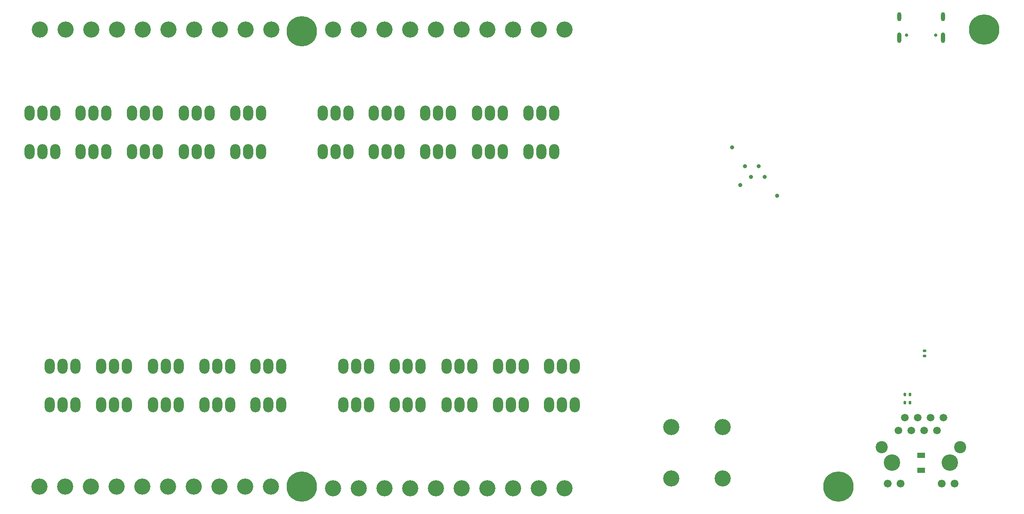
<source format=gbs>
G04*
G04 #@! TF.GenerationSoftware,Altium Limited,Altium Designer,25.4.2 (15)*
G04*
G04 Layer_Color=16711935*
%FSLAX44Y44*%
%MOMM*%
G71*
G04*
G04 #@! TF.SameCoordinates,73184756-021C-4AC8-A4DF-FCC11D8EA491*
G04*
G04*
G04 #@! TF.FilePolarity,Negative*
G04*
G01*
G75*
G04:AMPARAMS|DCode=41|XSize=0.5mm|YSize=0.6mm|CornerRadius=0.125mm|HoleSize=0mm|Usage=FLASHONLY|Rotation=90.000|XOffset=0mm|YOffset=0mm|HoleType=Round|Shape=RoundedRectangle|*
%AMROUNDEDRECTD41*
21,1,0.5000,0.3500,0,0,90.0*
21,1,0.2500,0.6000,0,0,90.0*
1,1,0.2500,0.1750,0.1250*
1,1,0.2500,0.1750,-0.1250*
1,1,0.2500,-0.1750,-0.1250*
1,1,0.2500,-0.1750,0.1250*
%
%ADD41ROUNDEDRECTD41*%
G04:AMPARAMS|DCode=42|XSize=0.5mm|YSize=0.6mm|CornerRadius=0.125mm|HoleSize=0mm|Usage=FLASHONLY|Rotation=0.000|XOffset=0mm|YOffset=0mm|HoleType=Round|Shape=RoundedRectangle|*
%AMROUNDEDRECTD42*
21,1,0.5000,0.3500,0,0,0.0*
21,1,0.2500,0.6000,0,0,0.0*
1,1,0.2500,0.1250,-0.1750*
1,1,0.2500,-0.1250,-0.1750*
1,1,0.2500,-0.1250,0.1750*
1,1,0.2500,0.1250,0.1750*
%
%ADD42ROUNDEDRECTD42*%
%ADD45C,3.2500*%
%ADD46C,1.5000*%
%ADD47C,2.4000*%
%ADD48C,1.5500*%
%ADD49O,0.8000X2.1000*%
%ADD50O,0.8000X1.8000*%
%ADD51C,0.6500*%
%ADD52C,3.2000*%
%ADD53C,6.0000*%
%ADD54O,2.0000X3.0000*%
%ADD55C,0.8032*%
G04:AMPARAMS|DCode=67|XSize=1.1mm|YSize=1.6mm|CornerRadius=0.275mm|HoleSize=0mm|Usage=FLASHONLY|Rotation=90.000|XOffset=0mm|YOffset=0mm|HoleType=Round|Shape=RoundedRectangle|*
%AMROUNDEDRECTD67*
21,1,1.1000,1.0500,0,0,90.0*
21,1,0.5500,1.6000,0,0,90.0*
1,1,0.5500,0.5250,0.2750*
1,1,0.5500,0.5250,-0.2750*
1,1,0.5500,-0.5250,-0.2750*
1,1,0.5500,-0.5250,0.2750*
%
%ADD67ROUNDEDRECTD67*%
D41*
X1809500Y308000D02*
D03*
Y318000D02*
D03*
D42*
X1771250Y232250D02*
D03*
X1781250D02*
D03*
X1781250Y216250D02*
D03*
X1771250D02*
D03*
D45*
X1745850Y97000D02*
D03*
X1860150D02*
D03*
D46*
X1834750Y160500D02*
D03*
X1809350D02*
D03*
X1783950D02*
D03*
X1758550D02*
D03*
X1771250Y185900D02*
D03*
X1796650D02*
D03*
X1822050D02*
D03*
X1847450D02*
D03*
D47*
X1880450Y127500D02*
D03*
X1725550D02*
D03*
D48*
X1869250Y56200D02*
D03*
X1736750D02*
D03*
X1843850D02*
D03*
X1762150D02*
D03*
D49*
X1759800Y936950D02*
D03*
X1846200D02*
D03*
D50*
Y978750D02*
D03*
X1759800D02*
D03*
D51*
X1774100Y941950D02*
D03*
X1831900D02*
D03*
D52*
X641400Y47000D02*
D03*
X692200D02*
D03*
X743000D02*
D03*
X793800D02*
D03*
X844600D02*
D03*
X895400D02*
D03*
X946200D02*
D03*
X997000D02*
D03*
X1047800D02*
D03*
X1098600D02*
D03*
X61400Y50000D02*
D03*
X112200D02*
D03*
X163000D02*
D03*
X213800D02*
D03*
X264600D02*
D03*
X315400D02*
D03*
X366200D02*
D03*
X417000D02*
D03*
X467800D02*
D03*
X518600D02*
D03*
X519600Y953000D02*
D03*
X468800D02*
D03*
X418000D02*
D03*
X367200D02*
D03*
X316400D02*
D03*
X265600D02*
D03*
X214800D02*
D03*
X164000D02*
D03*
X113200D02*
D03*
X62400D02*
D03*
X1098600D02*
D03*
X1047800D02*
D03*
X997000D02*
D03*
X946200D02*
D03*
X895400D02*
D03*
X844600D02*
D03*
X793800D02*
D03*
X743000D02*
D03*
X692200D02*
D03*
X641400D02*
D03*
X1410800Y65700D02*
D03*
X1309200D02*
D03*
Y167300D02*
D03*
X1410800D02*
D03*
D53*
X580000Y50000D02*
D03*
Y950000D02*
D03*
X1640000Y50000D02*
D03*
X1928000Y953000D02*
D03*
D54*
X1068600Y211900D02*
D03*
X1094000D02*
D03*
X1119400D02*
D03*
X1068600Y288100D02*
D03*
X1094000D02*
D03*
X1119400D02*
D03*
X967600Y211900D02*
D03*
X993000D02*
D03*
X1018400D02*
D03*
X967600Y288100D02*
D03*
X993000D02*
D03*
X1018400D02*
D03*
X865600Y211900D02*
D03*
X891000D02*
D03*
X916400D02*
D03*
X865600Y288100D02*
D03*
X891000D02*
D03*
X916400D02*
D03*
X763160Y211900D02*
D03*
X788560D02*
D03*
X813960D02*
D03*
X763160Y288100D02*
D03*
X788560D02*
D03*
X813960D02*
D03*
X661560Y211900D02*
D03*
X686960D02*
D03*
X712360D02*
D03*
X661560Y288100D02*
D03*
X686960D02*
D03*
X712360D02*
D03*
X488590Y211900D02*
D03*
X513990D02*
D03*
X539390D02*
D03*
X488590Y288100D02*
D03*
X513990D02*
D03*
X539390D02*
D03*
X387590Y211900D02*
D03*
X412990D02*
D03*
X438390D02*
D03*
X387590Y288100D02*
D03*
X412990D02*
D03*
X438390D02*
D03*
X285590Y211900D02*
D03*
X310990D02*
D03*
X336390D02*
D03*
X285590Y288100D02*
D03*
X310990D02*
D03*
X336390D02*
D03*
X183150Y211900D02*
D03*
X208550D02*
D03*
X233950D02*
D03*
X183150Y288100D02*
D03*
X208550D02*
D03*
X233950D02*
D03*
X81550Y211900D02*
D03*
X106950D02*
D03*
X132350D02*
D03*
X81550Y288100D02*
D03*
X106950D02*
D03*
X132350D02*
D03*
X92610Y788100D02*
D03*
X67210D02*
D03*
X41810D02*
D03*
X92610Y711900D02*
D03*
X67210D02*
D03*
X41810D02*
D03*
X193610Y788100D02*
D03*
X168210D02*
D03*
X142810D02*
D03*
X193610Y711900D02*
D03*
X168210D02*
D03*
X142810D02*
D03*
X295610Y788100D02*
D03*
X270210D02*
D03*
X244810D02*
D03*
X295610Y711900D02*
D03*
X270210D02*
D03*
X244810D02*
D03*
X398050Y788100D02*
D03*
X372650D02*
D03*
X347250D02*
D03*
X398050Y711900D02*
D03*
X372650D02*
D03*
X347250D02*
D03*
X499650Y788100D02*
D03*
X474250D02*
D03*
X448850D02*
D03*
X499650Y711900D02*
D03*
X474250D02*
D03*
X448850D02*
D03*
X671590Y788100D02*
D03*
X646190D02*
D03*
X620790D02*
D03*
X671590Y711900D02*
D03*
X646190D02*
D03*
X620790D02*
D03*
X772590Y788100D02*
D03*
X747190D02*
D03*
X721790D02*
D03*
X772590Y711900D02*
D03*
X747190D02*
D03*
X721790D02*
D03*
X874590Y788100D02*
D03*
X849190D02*
D03*
X823790D02*
D03*
X874590Y711900D02*
D03*
X849190D02*
D03*
X823790D02*
D03*
X977030Y788100D02*
D03*
X951630D02*
D03*
X926230D02*
D03*
X977030Y711900D02*
D03*
X951630D02*
D03*
X926230D02*
D03*
X1078630Y788100D02*
D03*
X1053230D02*
D03*
X1027830D02*
D03*
X1078630Y711900D02*
D03*
X1053230D02*
D03*
X1027830D02*
D03*
D55*
X1518750Y625000D02*
D03*
X1494000Y662250D02*
D03*
X1467000Y662000D02*
D03*
X1482000Y683500D02*
D03*
X1454750Y683250D02*
D03*
X1430000Y720500D02*
D03*
X1446000Y646000D02*
D03*
D67*
X1803000Y82000D02*
D03*
Y112000D02*
D03*
M02*

</source>
